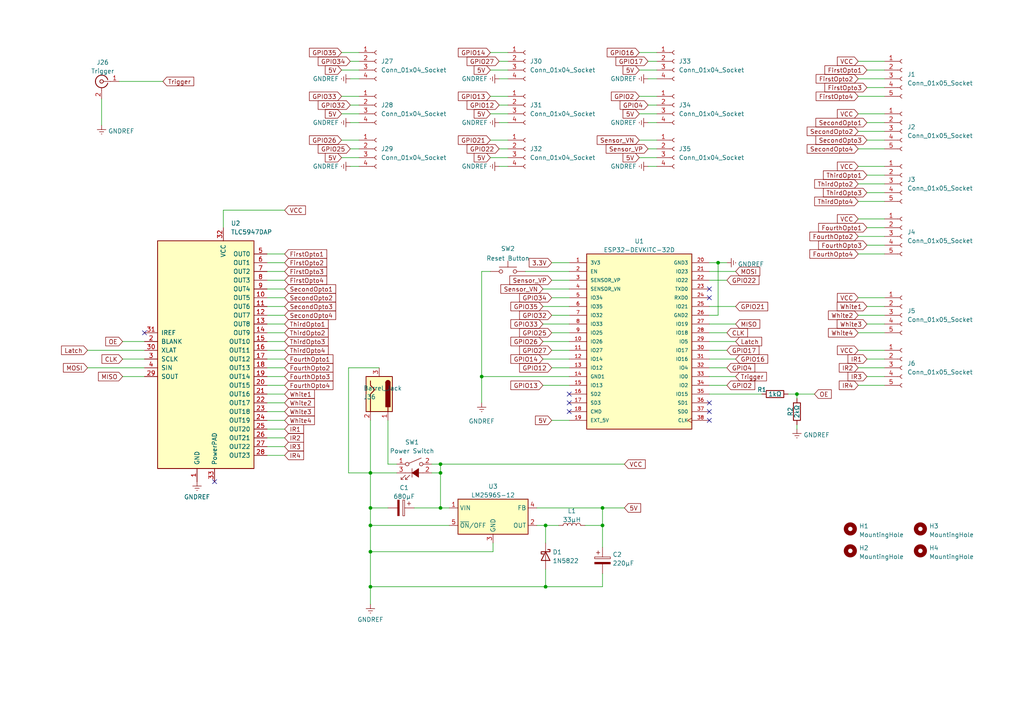
<source format=kicad_sch>
(kicad_sch (version 20230121) (generator eeschema)
  (paper "A4")
  (lib_symbols
    (symbol "Connector:Barrel_Jack" (pin_names (offset 1.016))
      (property "Reference" "J1" (at 0.8347 -4.572 90))
      (property "Value" "Barrel_Jack" (at -1.7022 -4.572 90))
      (symbol "Barrel_Jack_0_1"
        (rectangle (start -5.08 3.81) (end 5.08 -3.81) (stroke (width 0.254)) (fill (type background)))
        (arc (start -3.302 3.175) (mid -3.9343 2.54) (end -3.302 1.905) (stroke (width 0.254)))
        (arc (start -3.302 3.175) (mid -3.9343 2.54) (end -3.302 1.905) (stroke (width 0.254)) (fill (type outline)))
        (polyline (pts (xy 5.08 2.54) (xy 3.81 2.54)) (stroke (width 0.254)))
        (polyline (pts (xy -3.81 -2.54) (xy -2.54 -2.54) (xy -1.27 -1.27) (xy 0 -2.54) (xy 2.54 -2.54) (xy 5.08 -2.54)) (stroke (width 0.254)))
        (rectangle (start 3.683 3.175) (end -3.302 1.905) (stroke (width 0.254)) (fill (type outline)))
      )
      (symbol "Barrel_Jack_1_1"
        (pin passive line (at 7.62 2.54 180) (length 2.54) (name "~") (number "1"))
        (pin passive line (at 7.62 -2.54 180) (length 2.54) (name "~") (number "2"))
        (pin passive line (at -7.62 0 0) (length 2.54) (name "") (number "3"))
      )
    )
    (symbol "Connector:Conn_01x04_Socket" (pin_names (offset 1.016) hide)
      (property "Reference" "J" (at 0 5.08 0))
      (property "Value" "Conn_01x04_Socket" (at 0 -7.62 0))
      (symbol "Conn_01x04_Socket_1_1"
        (arc (start 0 -4.572) (mid -0.5058 -5.08) (end 0 -5.588) (stroke (width 0.1524)))
        (arc (start 0 -2.032) (mid -0.5058 -2.54) (end 0 -3.048) (stroke (width 0.1524)))
        (polyline (pts (xy -1.27 -5.08) (xy -0.508 -5.08)) (stroke (width 0.1524)))
        (polyline (pts (xy -1.27 -2.54) (xy -0.508 -2.54)) (stroke (width 0.1524)))
        (polyline (pts (xy -1.27 0) (xy -0.508 0)) (stroke (width 0.1524)))
        (polyline (pts (xy -1.27 2.54) (xy -0.508 2.54)) (stroke (width 0.1524)))
        (arc (start 0 0.508) (mid -0.5058 0) (end 0 -0.508) (stroke (width 0.1524)))
        (arc (start 0 3.048) (mid -0.5058 2.54) (end 0 2.032) (stroke (width 0.1524)))
        (pin passive line (at -5.08 2.54 0) (length 3.81) (name "Pin_1") (number "1"))
        (pin passive line (at -5.08 0 0) (length 3.81) (name "Pin_2") (number "2"))
        (pin passive line (at -5.08 -2.54 0) (length 3.81) (name "Pin_3") (number "3"))
        (pin passive line (at -5.08 -5.08 0) (length 3.81) (name "Pin_4") (number "4"))
      )
    )
    (symbol "Connector:Conn_01x05_Socket" (pin_names (offset 1.016) hide)
      (property "Reference" "J" (at 0 7.62 0))
      (property "Value" "Conn_01x05_Socket" (at 0 -7.62 0))
      (symbol "Conn_01x05_Socket_1_1"
        (arc (start 0 -4.572) (mid -0.5058 -5.08) (end 0 -5.588) (stroke (width 0.1524)))
        (arc (start 0 -2.032) (mid -0.5058 -2.54) (end 0 -3.048) (stroke (width 0.1524)))
        (polyline (pts (xy -1.27 -5.08) (xy -0.508 -5.08)) (stroke (width 0.1524)))
        (polyline (pts (xy -1.27 -2.54) (xy -0.508 -2.54)) (stroke (width 0.1524)))
        (polyline (pts (xy -1.27 0) (xy -0.508 0)) (stroke (width 0.1524)))
        (polyline (pts (xy -1.27 2.54) (xy -0.508 2.54)) (stroke (width 0.1524)))
        (polyline (pts (xy -1.27 5.08) (xy -0.508 5.08)) (stroke (width 0.1524)))
        (arc (start 0 0.508) (mid -0.5058 0) (end 0 -0.508) (stroke (width 0.1524)))
        (arc (start 0 3.048) (mid -0.5058 2.54) (end 0 2.032) (stroke (width 0.1524)))
        (arc (start 0 5.588) (mid -0.5058 5.08) (end 0 4.572) (stroke (width 0.1524)))
        (pin passive line (at -5.08 5.08 0) (length 3.81) (name "Pin_1") (number "1"))
        (pin passive line (at -5.08 2.54 0) (length 3.81) (name "Pin_2") (number "2"))
        (pin passive line (at -5.08 0 0) (length 3.81) (name "Pin_3") (number "3"))
        (pin passive line (at -5.08 -2.54 0) (length 3.81) (name "Pin_4") (number "4"))
        (pin passive line (at -5.08 -5.08 0) (length 3.81) (name "Pin_5") (number "5"))
      )
    )
    (symbol "Connector:Conn_Coaxial" (pin_names (offset 1.016) hide)
      (property "Reference" "J" (at 0.254 3.048 0))
      (property "Value" "Conn_Coaxial" (at 2.921 0 90))
      (symbol "Conn_Coaxial_0_1"
        (arc (start -1.778 -0.508) (mid 0.2311 -1.8066) (end 1.778 0) (stroke (width 0.254)))
        (polyline (pts (xy -2.54 0) (xy -0.508 0)))
        (polyline (pts (xy 0 -2.54) (xy 0 -1.778)))
        (circle (center 0 0) (radius 0.508) (stroke (width 0.2032)))
        (arc (start 1.778 0) (mid 0.2099 1.8101) (end -1.778 0.508) (stroke (width 0.254)))
      )
      (symbol "Conn_Coaxial_1_1"
        (pin passive line (at -5.08 0 0) (length 2.54) (name "In") (number "1"))
        (pin passive line (at 0 -5.08 90) (length 2.54) (name "Ext") (number "2"))
      )
    )
    (symbol "Device:C_Polarized" (pin_numbers hide) (pin_names (offset 0.254))
      (property "Reference" "C" (at 0.635 2.54 0))
      (property "Value" "C_Polarized" (at 0.635 -2.54 0))
      (symbol "C_Polarized_0_1"
        (rectangle (start -2.286 0.508) (end 2.286 1.016))
        (polyline (pts (xy -1.778 2.286) (xy -0.762 2.286)))
        (polyline (pts (xy -1.27 2.794) (xy -1.27 1.778)))
        (rectangle (start 2.286 -0.508) (end -2.286 -1.016) (fill (type outline)))
      )
      (symbol "C_Polarized_1_1"
        (pin passive line (at 0 3.81 270) (length 2.794) (name "~") (number "1"))
        (pin passive line (at 0 -3.81 90) (length 2.794) (name "~") (number "2"))
      )
    )
    (symbol "Device:L" (pin_numbers hide) (pin_names (offset 1.016) hide)
      (property "Reference" "L" (at -1.27 0 90))
      (property "Value" "L" (at 1.905 0 90))
      (symbol "L_0_1"
        (arc (start 0 -2.54) (mid 0.6323 -1.905) (end 0 -1.27))
        (arc (start 0 -1.27) (mid 0.6323 -0.635) (end 0 0))
        (arc (start 0 0) (mid 0.6323 0.635) (end 0 1.27))
        (arc (start 0 1.27) (mid 0.6323 1.905) (end 0 2.54))
      )
      (symbol "L_1_1"
        (pin passive line (at 0 3.81 270) (length 1.27) (name "1") (number "1"))
        (pin passive line (at 0 -3.81 90) (length 1.27) (name "2") (number "2"))
      )
    )
    (symbol "Device:R" (pin_numbers hide) (pin_names (offset 0))
      (property "Reference" "R" (at 2.032 0 90))
      (property "Value" "R" (at 0 0 90))
      (symbol "R_0_1"
        (rectangle (start -1.016 -2.54) (end 1.016 2.54) (stroke (width 0.254)))
      )
      (symbol "R_1_1"
        (pin passive line (at 0 3.81 270) (length 1.27) (name "~") (number "1"))
        (pin passive line (at 0 -3.81 90) (length 1.27) (name "~") (number "2"))
      )
    )
    (symbol "Diode:1N5821" (pin_numbers hide) (pin_names (offset 1.016) hide)
      (property "Reference" "D" (at 0 2.54 0))
      (property "Value" "1N5821" (at 0 -2.54 0))
      (symbol "1N5821_0_1"
        (polyline (pts (xy 1.27 0) (xy -1.27 0)))
        (polyline (pts (xy 1.27 1.27) (xy 1.27 -1.27) (xy -1.27 0) (xy 1.27 1.27)) (stroke (width 0.254)))
        (polyline (pts (xy -1.905 0.635) (xy -1.905 1.27) (xy -1.27 1.27) (xy -1.27 -1.27) (xy -0.635 -1.27) (xy -0.635 -0.635)) (stroke (width 0.254)))
      )
      (symbol "1N5821_1_1"
        (pin passive line (at -3.81 0 0) (length 2.54) (name "K") (number "1"))
        (pin passive line (at 3.81 0 180) (length 2.54) (name "A") (number "2"))
      )
    )
    (symbol "Driver_LED:TLC5947DAP" (pin_names (offset 1.016))
      (property "Reference" "U" (at -13.97 38.1 0))
      (property "Value" "TLC5947DAP" (at -13.97 35.56 0))
      (symbol "TLC5947DAP_0_1"
        (rectangle (start -13.97 34.29) (end 13.97 -31.75) (stroke (width 0.254)) (fill (type background)))
        (pin power_in line (at -2.54 -35.56 90) (length 3.81) (name "GND") (number "1"))
        (pin output line (at 17.78 17.78 180) (length 3.81) (name "OUT5") (number "10"))
        (pin output line (at 17.78 15.24 180) (length 3.81) (name "OUT6") (number "11"))
        (pin output line (at 17.78 12.7 180) (length 3.81) (name "OUT7") (number "12"))
        (pin output line (at 17.78 10.16 180) (length 3.81) (name "OUT8") (number "13"))
        (pin output line (at 17.78 7.62 180) (length 3.81) (name "OUT9") (number "14"))
        (pin output line (at 17.78 5.08 180) (length 3.81) (name "OUT10") (number "15"))
        (pin output line (at 17.78 2.54 180) (length 3.81) (name "OUT11") (number "16"))
        (pin output line (at 17.78 0 180) (length 3.81) (name "OUT12") (number "17"))
        (pin output line (at 17.78 -2.54 180) (length 3.81) (name "OUT13") (number "18"))
        (pin output line (at 17.78 -5.08 180) (length 3.81) (name "OUT14") (number "19"))
        (pin input line (at -17.78 5.08 0) (length 3.81) (name "BLANK") (number "2"))
        (pin output line (at 17.78 -7.62 180) (length 3.81) (name "OUT15") (number "20"))
        (pin output line (at 17.78 -10.16 180) (length 3.81) (name "OUT16") (number "21"))
        (pin output line (at 17.78 -12.7 180) (length 3.81) (name "OUT17") (number "22"))
        (pin output line (at 17.78 -15.24 180) (length 3.81) (name "OUT18") (number "23"))
        (pin output line (at 17.78 -17.78 180) (length 3.81) (name "OUT19") (number "24"))
        (pin output line (at 17.78 -20.32 180) (length 3.81) (name "OUT20") (number "25"))
        (pin output line (at 17.78 -22.86 180) (length 3.81) (name "OUT21") (number "26"))
        (pin output line (at 17.78 -25.4 180) (length 3.81) (name "OUT22") (number "27"))
        (pin output line (at 17.78 -27.94 180) (length 3.81) (name "OUT23") (number "28"))
        (pin output line (at -17.78 -5.08 0) (length 3.81) (name "SOUT") (number "29"))
        (pin input line (at -17.78 0 0) (length 3.81) (name "SCLK") (number "3"))
        (pin input line (at -17.78 2.54 0) (length 3.81) (name "XLAT") (number "30"))
        (pin input line (at -17.78 7.62 0) (length 3.81) (name "IREF") (number "31"))
        (pin power_in line (at 5.08 38.1 270) (length 3.81) (name "VCC") (number "32"))
        (pin power_in line (at 2.54 -35.56 90) (length 3.81) (name "PowerPAD") (number "33"))
        (pin input line (at -17.78 -2.54 0) (length 3.81) (name "SIN") (number "4"))
        (pin output line (at 17.78 30.48 180) (length 3.81) (name "OUT0") (number "5"))
        (pin output line (at 17.78 27.94 180) (length 3.81) (name "OUT1") (number "6"))
        (pin output line (at 17.78 25.4 180) (length 3.81) (name "OUT2") (number "7"))
        (pin output line (at 17.78 22.86 180) (length 3.81) (name "OUT3") (number "8"))
        (pin output line (at 17.78 20.32 180) (length 3.81) (name "OUT4") (number "9"))
      )
    )
    (symbol "ESP32-DEVKITC-32D:ESP32-DEVKITC-32D" (pin_names (offset 1.016))
      (property "Reference" "U" (at -15.2654 26.0604 0))
      (property "Value" "ESP32-DEVKITC-32D" (at -15.2654 -27.9654 0))
      (symbol "ESP32-DEVKITC-32D_0_0"
        (rectangle (start -15.24 -25.4) (end 15.24 25.4) (stroke (width 0.254)) (fill (type background)))
        (pin power_in line (at -20.32 22.86 0) (length 5.08) (name "3V3") (number "1"))
        (pin bidirectional line (at -20.32 0 0) (length 5.08) (name "IO26") (number "10"))
        (pin bidirectional line (at -20.32 -2.54 0) (length 5.08) (name "IO27") (number "11"))
        (pin bidirectional line (at -20.32 -5.08 0) (length 5.08) (name "IO14") (number "12"))
        (pin bidirectional line (at -20.32 -7.62 0) (length 5.08) (name "IO12") (number "13"))
        (pin power_in line (at -20.32 -10.16 0) (length 5.08) (name "GND1") (number "14"))
        (pin bidirectional line (at -20.32 -12.7 0) (length 5.08) (name "IO13") (number "15"))
        (pin bidirectional line (at -20.32 -15.24 0) (length 5.08) (name "SD2") (number "16"))
        (pin bidirectional line (at -20.32 -17.78 0) (length 5.08) (name "SD3") (number "17"))
        (pin bidirectional line (at -20.32 -20.32 0) (length 5.08) (name "CMD") (number "18"))
        (pin power_in line (at -20.32 -22.86 0) (length 5.08) (name "EXT_5V") (number "19"))
        (pin input line (at -20.32 20.32 0) (length 5.08) (name "EN") (number "2"))
        (pin power_in line (at 20.32 22.86 180) (length 5.08) (name "GND3") (number "20"))
        (pin bidirectional line (at 20.32 20.32 180) (length 5.08) (name "IO23") (number "21"))
        (pin bidirectional line (at 20.32 17.78 180) (length 5.08) (name "IO22") (number "22"))
        (pin output line (at 20.32 15.24 180) (length 5.08) (name "TXD0") (number "23"))
        (pin input line (at 20.32 12.7 180) (length 5.08) (name "RXD0") (number "24"))
        (pin bidirectional line (at 20.32 10.16 180) (length 5.08) (name "IO21") (number "25"))
        (pin power_in line (at 20.32 7.62 180) (length 5.08) (name "GND2") (number "26"))
        (pin bidirectional line (at 20.32 5.08 180) (length 5.08) (name "IO19") (number "27"))
        (pin bidirectional line (at 20.32 2.54 180) (length 5.08) (name "IO18") (number "28"))
        (pin bidirectional line (at 20.32 0 180) (length 5.08) (name "IO5") (number "29"))
        (pin input line (at -20.32 17.78 0) (length 5.08) (name "SENSOR_VP") (number "3"))
        (pin bidirectional line (at 20.32 -2.54 180) (length 5.08) (name "IO17") (number "30"))
        (pin bidirectional line (at 20.32 -5.08 180) (length 5.08) (name "IO16") (number "31"))
        (pin bidirectional line (at 20.32 -7.62 180) (length 5.08) (name "IO4") (number "32"))
        (pin bidirectional line (at 20.32 -10.16 180) (length 5.08) (name "IO0") (number "33"))
        (pin bidirectional line (at 20.32 -12.7 180) (length 5.08) (name "IO2") (number "34"))
        (pin bidirectional line (at 20.32 -15.24 180) (length 5.08) (name "IO15") (number "35"))
        (pin bidirectional line (at 20.32 -17.78 180) (length 5.08) (name "SD1") (number "36"))
        (pin bidirectional line (at 20.32 -20.32 180) (length 5.08) (name "SD0") (number "37"))
        (pin input clock (at 20.32 -22.86 180) (length 5.08) (name "CLK") (number "38"))
        (pin input line (at -20.32 15.24 0) (length 5.08) (name "SENSOR_VN") (number "4"))
        (pin bidirectional line (at -20.32 12.7 0) (length 5.08) (name "IO34") (number "5"))
        (pin bidirectional line (at -20.32 10.16 0) (length 5.08) (name "IO35") (number "6"))
        (pin bidirectional line (at -20.32 7.62 0) (length 5.08) (name "IO32") (number "7"))
        (pin bidirectional line (at -20.32 5.08 0) (length 5.08) (name "IO33") (number "8"))
        (pin bidirectional line (at -20.32 2.54 0) (length 5.08) (name "IO25") (number "9"))
      )
    )
    (symbol "Mechanical:MountingHole" (pin_names (offset 1.016))
      (property "Reference" "H" (at 0 5.08 0))
      (property "Value" "MountingHole" (at 0 3.175 0))
      (symbol "MountingHole_0_1"
        (circle (center 0 0) (radius 1.27) (stroke (width 1.27)))
      )
    )
    (symbol "Regulator_Switching:LM2596S-12"
      (property "Reference" "U" (at -10.16 6.35 0))
      (property "Value" "LM2596S-12" (at 0 6.35 0))
      (symbol "LM2596S-12_0_1"
        (rectangle (start -10.16 5.08) (end 10.16 -5.08) (stroke (width 0.254)) (fill (type background)))
      )
      (symbol "LM2596S-12_1_1"
        (pin power_in line (at -12.7 2.54 0) (length 2.54) (name "VIN") (number "1"))
        (pin output line (at 12.7 -2.54 180) (length 2.54) (name "OUT") (number "2"))
        (pin power_in line (at 0 -7.62 90) (length 2.54) (name "GND") (number "3"))
        (pin input line (at 12.7 2.54 180) (length 2.54) (name "FB") (number "4"))
        (pin input line (at -12.7 -2.54 0) (length 2.54) (name "~{ON}/OFF") (number "5"))
      )
    )
    (symbol "Switch:SW_Push" (pin_numbers hide) (pin_names (offset 1.016) hide)
      (property "Reference" "SW" (at 1.27 2.54 0))
      (property "Value" "SW_Push" (at 0 -1.524 0))
      (symbol "SW_Push_0_1"
        (circle (center -2.032 0) (radius 0.508))
        (polyline (pts (xy 0 1.27) (xy 0 3.048)))
        (polyline (pts (xy 2.54 1.27) (xy -2.54 1.27)))
        (circle (center 2.032 0) (radius 0.508))
        (pin passive line (at -5.08 0 0) (length 2.54) (name "1") (number "1"))
        (pin passive line (at 5.08 0 180) (length 2.54) (name "2") (number "2"))
      )
    )
    (symbol "Switch:SW_SPST_LED" (pin_names (offset 1.016) hide)
      (property "Reference" "SW1" (at -0.635 7.8908 0))
      (property "Value" "SW_SPST_LED" (at -0.635 5.3539 0))
      (symbol "SW_SPST_LED_0_0"
        (polyline (pts (xy -3.81 -1.905) (xy -2.54 -0.635)))
        (polyline (pts (xy -2.54 -1.905) (xy -1.27 -0.635)))
        (polyline (pts (xy -2.54 0) (xy 2.54 0)))
        (polyline (pts (xy -0.635 1.27) (xy -0.635 -1.27)))
        (polyline (pts (xy -3.81 -1.27) (xy -3.81 -1.905) (xy -3.175 -1.905)))
        (polyline (pts (xy -2.54 -1.27) (xy -2.54 -1.905) (xy -1.905 -1.905)))
        (polyline (pts (xy -0.635 0) (xy 1.27 1.27) (xy 1.27 -1.27) (xy -0.635 0)) (fill (type outline)))
      )
      (symbol "SW_SPST_LED_0_1"
        (circle (center -2.032 2.54) (radius 0.508))
        (polyline (pts (xy -1.524 2.794) (xy 2.032 4.318)))
        (circle (center 2.032 2.54) (radius 0.508))
        (pin passive line (at -5.08 2.54 0) (length 2.54) (name "1") (number "1"))
        (pin passive line (at 5.08 2.54 180) (length 2.54) (name "2") (number "2"))
        (pin passive line (at 5.08 0 180) (length 2.54) (name "A") (number "2"))
        (pin passive line (at -5.08 0 0) (length 2.54) (name "K") (number "3"))
      )
    )
    (symbol "power:GNDREF" (power) (pin_names (offset 0))
      (property "Value" "GNDREF" (at 0 -3.81 0))
      (symbol "GNDREF_0_1"
        (polyline (pts (xy -0.635 -1.905) (xy 0.635 -1.905)))
        (polyline (pts (xy -0.127 -2.54) (xy 0.127 -2.54)))
        (polyline (pts (xy 0 -1.27) (xy 0 0)))
        (polyline (pts (xy 1.27 -1.27) (xy -1.27 -1.27)))
      )
      (symbol "GNDREF_1_1"
        (pin power_in line (at 0 0 270) (length 0) hide (name "GNDREF") (number "1"))
      )
    )
  )
  (junction (at 174.752 152.4))
  (junction (at 158.242 152.4))
  (junction (at 107.442 152.4))
  (junction (at 174.752 147.32))
  (junction (at 139.7 109.22))
  (junction (at 107.442 147.32))
  (junction (at 158.242 170.18))
  (junction (at 127.762 137.16))
  (junction (at 107.442 160.02))
  (junction (at 208.28 76.2))
  (junction (at 231.14 114.3))
  (junction (at 107.442 137.16))
  (junction (at 127.762 147.32))
  (junction (at 107.442 170.18))
  (junction (at 127.762 134.62))
  (no_connect (at 205.74 116.84))
  (no_connect (at 205.74 121.92))
  (no_connect (at 205.74 119.38))
  (no_connect (at 165.1 114.3))
  (no_connect (at 165.1 116.84))
  (no_connect (at 165.1 119.38))
  (no_connect (at 205.74 86.36))
  (no_connect (at 41.91 96.52))
  (no_connect (at 62.23 139.7))
  (no_connect (at 205.74 83.82))
  (wire (pts (xy 77.47 104.14) (xy 82.55 104.14)))
  (wire (pts (xy 99.06 27.94) (xy 104.14 27.94)))
  (wire (pts (xy 208.28 76.2) (xy 210.82 76.2)))
  (wire (pts (xy 77.47 132.08) (xy 82.55 132.08)))
  (wire (pts (xy 35.56 109.22) (xy 41.91 109.22)))
  (wire (pts (xy 144.78 30.48) (xy 147.32 30.48)))
  (wire (pts (xy 185.42 27.94) (xy 190.5 27.94)))
  (wire (pts (xy 157.48 111.76) (xy 165.1 111.76)))
  (wire (pts (xy 109.982 106.68) (xy 101.092 106.68)))
  (wire (pts (xy 187.96 48.26) (xy 190.5 48.26)))
  (wire (pts (xy 77.47 81.28) (xy 82.55 81.28)))
  (wire (pts (xy 101.6 48.26) (xy 104.14 48.26)))
  (wire (pts (xy 248.92 68.58) (xy 256.54 68.58)))
  (wire (pts (xy 248.92 38.1) (xy 256.54 38.1)))
  (wire (pts (xy 142.24 33.02) (xy 147.32 33.02)))
  (wire (pts (xy 205.74 88.9) (xy 213.36 88.9)))
  (wire (pts (xy 112.522 134.62) (xy 115.062 134.62)))
  (wire (pts (xy 77.47 93.98) (xy 82.55 93.98)))
  (wire (pts (xy 174.752 147.32) (xy 174.752 152.4)))
  (wire (pts (xy 231.14 114.3) (xy 231.14 115.57)))
  (wire (pts (xy 187.96 22.86) (xy 190.5 22.86)))
  (wire (pts (xy 120.142 147.32) (xy 127.762 147.32)))
  (wire (pts (xy 205.74 111.76) (xy 210.82 111.76)))
  (wire (pts (xy 248.92 111.76) (xy 256.54 111.76)))
  (wire (pts (xy 107.442 170.18) (xy 158.242 170.18)))
  (wire (pts (xy 205.74 81.28) (xy 210.82 81.28)))
  (wire (pts (xy 144.78 43.18) (xy 147.32 43.18)))
  (wire (pts (xy 205.74 91.44) (xy 208.28 91.44)))
  (wire (pts (xy 185.42 33.02) (xy 190.5 33.02)))
  (wire (pts (xy 77.47 96.52) (xy 82.55 96.52)))
  (wire (pts (xy 185.42 20.32) (xy 190.5 20.32)))
  (wire (pts (xy 107.442 160.02) (xy 143.002 160.02)))
  (wire (pts (xy 101.6 17.78) (xy 104.14 17.78)))
  (wire (pts (xy 77.47 83.82) (xy 82.55 83.82)))
  (wire (pts (xy 77.47 109.22) (xy 82.55 109.22)))
  (wire (pts (xy 142.24 45.72) (xy 147.32 45.72)))
  (wire (pts (xy 142.24 15.24) (xy 147.32 15.24)))
  (wire (pts (xy 228.6 114.3) (xy 231.14 114.3)))
  (wire (pts (xy 99.06 15.24) (xy 104.14 15.24)))
  (wire (pts (xy 155.702 152.4) (xy 158.242 152.4)))
  (wire (pts (xy 127.762 147.32) (xy 130.302 147.32)))
  (wire (pts (xy 160.02 76.2) (xy 165.1 76.2)))
  (wire (pts (xy 248.92 53.34) (xy 256.54 53.34)))
  (wire (pts (xy 77.47 99.06) (xy 82.55 99.06)))
  (wire (pts (xy 101.092 106.68) (xy 101.092 137.16)))
  (wire (pts (xy 248.92 43.18) (xy 256.54 43.18)))
  (wire (pts (xy 107.442 147.32) (xy 112.522 147.32)))
  (wire (pts (xy 107.442 152.4) (xy 130.302 152.4)))
  (wire (pts (xy 251.46 104.14) (xy 256.54 104.14)))
  (wire (pts (xy 248.92 86.36) (xy 256.54 86.36)))
  (wire (pts (xy 187.96 35.56) (xy 190.5 35.56)))
  (wire (pts (xy 160.02 86.36) (xy 165.1 86.36)))
  (wire (pts (xy 157.48 93.98) (xy 165.1 93.98)))
  (wire (pts (xy 155.702 147.32) (xy 174.752 147.32)))
  (wire (pts (xy 205.74 101.6) (xy 210.82 101.6)))
  (wire (pts (xy 157.48 104.14) (xy 165.1 104.14)))
  (wire (pts (xy 160.02 106.68) (xy 165.1 106.68)))
  (wire (pts (xy 77.47 76.2) (xy 82.55 76.2)))
  (wire (pts (xy 77.47 106.68) (xy 82.55 106.68)))
  (wire (pts (xy 77.47 129.54) (xy 82.55 129.54)))
  (wire (pts (xy 248.92 96.52) (xy 256.54 96.52)))
  (wire (pts (xy 77.47 111.76) (xy 82.55 111.76)))
  (wire (pts (xy 160.02 101.6) (xy 165.1 101.6)))
  (wire (pts (xy 77.47 124.46) (xy 82.55 124.46)))
  (wire (pts (xy 127.762 134.62) (xy 181.102 134.62)))
  (wire (pts (xy 205.74 76.2) (xy 208.28 76.2)))
  (wire (pts (xy 77.47 88.9) (xy 82.55 88.9)))
  (wire (pts (xy 251.46 109.22) (xy 256.54 109.22)))
  (wire (pts (xy 205.74 78.74) (xy 213.36 78.74)))
  (wire (pts (xy 187.96 43.18) (xy 190.5 43.18)))
  (wire (pts (xy 251.46 25.4) (xy 256.54 25.4)))
  (wire (pts (xy 107.442 147.32) (xy 107.442 152.4)))
  (wire (pts (xy 152.4 78.74) (xy 165.1 78.74)))
  (wire (pts (xy 77.47 121.92) (xy 82.55 121.92)))
  (wire (pts (xy 101.6 43.18) (xy 104.14 43.18)))
  (wire (pts (xy 187.96 17.78) (xy 190.5 17.78)))
  (wire (pts (xy 248.92 27.94) (xy 256.54 27.94)))
  (wire (pts (xy 77.47 116.84) (xy 82.55 116.84)))
  (wire (pts (xy 101.6 30.48) (xy 104.14 30.48)))
  (wire (pts (xy 107.442 152.4) (xy 107.442 160.02)))
  (wire (pts (xy 248.92 91.44) (xy 256.54 91.44)))
  (wire (pts (xy 157.48 99.06) (xy 165.1 99.06)))
  (wire (pts (xy 107.442 121.92) (xy 107.442 137.16)))
  (wire (pts (xy 144.78 48.26) (xy 147.32 48.26)))
  (wire (pts (xy 101.6 35.56) (xy 104.14 35.56)))
  (wire (pts (xy 205.74 99.06) (xy 213.36 99.06)))
  (wire (pts (xy 174.752 166.37) (xy 174.752 170.18)))
  (wire (pts (xy 248.92 22.86) (xy 256.54 22.86)))
  (wire (pts (xy 77.47 119.38) (xy 82.55 119.38)))
  (wire (pts (xy 160.02 81.28) (xy 165.1 81.28)))
  (wire (pts (xy 160.02 121.92) (xy 165.1 121.92)))
  (wire (pts (xy 77.47 86.36) (xy 82.55 86.36)))
  (wire (pts (xy 107.442 137.16) (xy 107.442 147.32)))
  (wire (pts (xy 251.46 20.32) (xy 256.54 20.32)))
  (wire (pts (xy 158.242 152.4) (xy 162.052 152.4)))
  (wire (pts (xy 142.24 20.32) (xy 147.32 20.32)))
  (wire (pts (xy 251.46 66.04) (xy 256.54 66.04)))
  (wire (pts (xy 205.74 114.3) (xy 220.98 114.3)))
  (wire (pts (xy 205.74 104.14) (xy 213.36 104.14)))
  (wire (pts (xy 187.96 30.48) (xy 190.5 30.48)))
  (wire (pts (xy 158.242 165.1) (xy 158.242 170.18)))
  (wire (pts (xy 248.92 101.6) (xy 256.54 101.6)))
  (wire (pts (xy 205.74 109.22) (xy 213.36 109.22)))
  (wire (pts (xy 248.92 73.66) (xy 256.54 73.66)))
  (wire (pts (xy 185.42 45.72) (xy 190.5 45.72)))
  (wire (pts (xy 29.464 28.702) (xy 29.464 36.322)))
  (wire (pts (xy 107.442 170.18) (xy 107.442 175.26)))
  (wire (pts (xy 99.06 40.64) (xy 104.14 40.64)))
  (wire (pts (xy 174.752 152.4) (xy 169.672 152.4)))
  (wire (pts (xy 101.092 137.16) (xy 107.442 137.16)))
  (wire (pts (xy 35.56 104.14) (xy 41.91 104.14)))
  (wire (pts (xy 107.442 170.18) (xy 107.442 160.02)))
  (wire (pts (xy 127.762 137.16) (xy 127.762 147.32)))
  (wire (pts (xy 143.002 157.48) (xy 143.002 160.02)))
  (wire (pts (xy 251.46 55.88) (xy 256.54 55.88)))
  (wire (pts (xy 231.14 114.3) (xy 236.22 114.3)))
  (wire (pts (xy 142.24 40.64) (xy 147.32 40.64)))
  (wire (pts (xy 185.42 15.24) (xy 190.5 15.24)))
  (wire (pts (xy 139.7 78.74) (xy 142.24 78.74)))
  (wire (pts (xy 160.02 91.44) (xy 165.1 91.44)))
  (wire (pts (xy 185.42 40.64) (xy 190.5 40.64)))
  (wire (pts (xy 64.77 60.96) (xy 82.55 60.96)))
  (wire (pts (xy 248.92 63.5) (xy 256.54 63.5)))
  (wire (pts (xy 101.6 22.86) (xy 104.14 22.86)))
  (wire (pts (xy 77.47 78.74) (xy 82.55 78.74)))
  (wire (pts (xy 160.02 96.52) (xy 165.1 96.52)))
  (wire (pts (xy 251.46 35.56) (xy 256.54 35.56)))
  (wire (pts (xy 251.46 50.8) (xy 256.54 50.8)))
  (wire (pts (xy 205.74 106.68) (xy 210.82 106.68)))
  (wire (pts (xy 248.92 17.78) (xy 256.54 17.78)))
  (wire (pts (xy 251.46 40.64) (xy 256.54 40.64)))
  (wire (pts (xy 144.78 35.56) (xy 147.32 35.56)))
  (wire (pts (xy 77.47 91.44) (xy 82.55 91.44)))
  (wire (pts (xy 139.7 109.22) (xy 139.7 78.74)))
  (wire (pts (xy 144.78 22.86) (xy 147.32 22.86)))
  (wire (pts (xy 127.762 134.62) (xy 127.762 137.16)))
  (wire (pts (xy 99.06 20.32) (xy 104.14 20.32)))
  (wire (pts (xy 34.544 23.622) (xy 47.244 23.622)))
  (wire (pts (xy 174.752 152.4) (xy 174.752 158.75)))
  (wire (pts (xy 125.222 137.16) (xy 127.762 137.16)))
  (wire (pts (xy 248.92 33.02) (xy 256.54 33.02)))
  (wire (pts (xy 144.78 17.78) (xy 147.32 17.78)))
  (wire (pts (xy 77.47 73.66) (xy 82.55 73.66)))
  (wire (pts (xy 251.46 88.9) (xy 256.54 88.9)))
  (wire (pts (xy 157.48 88.9) (xy 165.1 88.9)))
  (wire (pts (xy 139.7 116.84) (xy 139.7 109.22)))
  (wire (pts (xy 251.46 93.98) (xy 256.54 93.98)))
  (wire (pts (xy 99.06 33.02) (xy 104.14 33.02)))
  (wire (pts (xy 248.92 58.42) (xy 256.54 58.42)))
  (wire (pts (xy 142.24 27.94) (xy 147.32 27.94)))
  (wire (pts (xy 231.14 123.19) (xy 231.14 124.46)))
  (wire (pts (xy 125.222 134.62) (xy 127.762 134.62)))
  (wire (pts (xy 112.522 121.92) (xy 112.522 134.62)))
  (wire (pts (xy 77.47 101.6) (xy 82.55 101.6)))
  (wire (pts (xy 25.4 101.6) (xy 41.91 101.6)))
  (wire (pts (xy 35.56 99.06) (xy 41.91 99.06)))
  (wire (pts (xy 248.92 48.26) (xy 256.54 48.26)))
  (wire (pts (xy 205.74 93.98) (xy 213.36 93.98)))
  (wire (pts (xy 248.92 106.68) (xy 256.54 106.68)))
  (wire (pts (xy 174.752 170.18) (xy 158.242 170.18)))
  (wire (pts (xy 174.752 147.32) (xy 181.102 147.32)))
  (wire (pts (xy 139.7 109.22) (xy 165.1 109.22)))
  (wire (pts (xy 107.442 137.16) (xy 115.062 137.16)))
  (wire (pts (xy 205.74 96.52) (xy 210.82 96.52)))
  (wire (pts (xy 77.47 114.3) (xy 82.55 114.3)))
  (wire (pts (xy 157.48 83.82) (xy 165.1 83.82)))
  (wire (pts (xy 77.47 127) (xy 82.55 127)))
  (wire (pts (xy 158.242 152.4) (xy 158.242 157.48)))
  (wire (pts (xy 208.28 76.2) (xy 208.28 91.44)))
  (wire (pts (xy 64.77 66.04) (xy 64.77 60.96)))
  (wire (pts (xy 251.46 71.12) (xy 256.54 71.12)))
  (wire (pts (xy 25.4 106.68) (xy 41.91 106.68)))
  (wire (pts (xy 99.06 45.72) (xy 104.14 45.72)))
  (global_label "OE" (shape input) (at 236.22 114.3 0) (property "Intersheetrefs" "${INTERSHEET_REFS}" (effects hide)))
  (global_label "White2" (shape input) (at 82.55 116.84 0) (property "Intersheetrefs" "${INTERSHEET_REFS}" (effects hide)))
  (global_label "IR1" (shape input) (at 82.55 124.46 0) (property "Intersheetrefs" "${INTERSHEET_REFS}" (effects hide)))
  (global_label "GPIO4" (shape input) (at 210.82 106.68 0) (property "Intersheetrefs" "${INTERSHEET_REFS}" (effects hide)))
  (global_label "FirstOpto4" (shape input) (at 248.92 27.94 180) (property "Intersheetrefs" "${INTERSHEET_REFS}" (effects hide)))
  (global_label "FourthOpto4" (shape input) (at 248.92 73.66 180) (property "Intersheetrefs" "${INTERSHEET_REFS}" (effects hide)))
  (global_label "ThirdOpto4" (shape input) (at 248.92 58.42 180) (property "Intersheetrefs" "${INTERSHEET_REFS}" (effects hide)))
  (global_label "SecondOpto2" (shape input) (at 248.92 38.1 180) (property "Intersheetrefs" "${INTERSHEET_REFS}" (effects hide)))
  (global_label "Sensor_VN" (shape input) (at 185.42 40.64 180) (property "Intersheetrefs" "${INTERSHEET_REFS}" (effects hide)))
  (global_label "SecondOpto4" (shape input) (at 248.92 43.18 180) (property "Intersheetrefs" "${INTERSHEET_REFS}" (effects hide)))
  (global_label "GPIO27" (shape input) (at 160.02 101.6 180) (property "Intersheetrefs" "${INTERSHEET_REFS}" (effects hide)))
  (global_label "FirstOpto2" (shape input) (at 248.92 22.86 180) (property "Intersheetrefs" "${INTERSHEET_REFS}" (effects hide)))
  (global_label "FourthOpto1" (shape input) (at 82.55 104.14 0) (property "Intersheetrefs" "${INTERSHEET_REFS}" (effects hide)))
  (global_label "FourthOpto3" (shape input) (at 251.46 71.12 180) (property "Intersheetrefs" "${INTERSHEET_REFS}" (effects hide)))
  (global_label "FirstOpto1" (shape input) (at 82.55 73.66 0) (property "Intersheetrefs" "${INTERSHEET_REFS}" (effects hide)))
  (global_label "5V" (shape input) (at 142.24 20.32 180) (property "Intersheetrefs" "${INTERSHEET_REFS}" (effects hide)))
  (global_label "Sensor_VP" (shape input) (at 187.96 43.18 180) (property "Intersheetrefs" "${INTERSHEET_REFS}" (effects hide)))
  (global_label "IR4" (shape input) (at 248.92 111.76 180) (property "Intersheetrefs" "${INTERSHEET_REFS}" (effects hide)))
  (global_label "ThirdOpto1" (shape input) (at 251.46 50.8 180) (property "Intersheetrefs" "${INTERSHEET_REFS}" (effects hide)))
  (global_label "VCC" (shape input) (at 248.92 17.78 180) (property "Intersheetrefs" "${INTERSHEET_REFS}" (effects hide)))
  (global_label "GPIO13" (shape input) (at 157.48 111.76 180) (property "Intersheetrefs" "${INTERSHEET_REFS}" (effects hide)))
  (global_label "IR3" (shape input) (at 82.55 129.54 0) (property "Intersheetrefs" "${INTERSHEET_REFS}" (effects hide)))
  (global_label "IR2" (shape input) (at 248.92 106.68 180) (property "Intersheetrefs" "${INTERSHEET_REFS}" (effects hide)))
  (global_label "VCC" (shape input) (at 181.102 134.62 0) (property "Intersheetrefs" "${INTERSHEET_REFS}" (effects hide)))
  (global_label "OE" (shape input) (at 35.56 99.06 180) (property "Intersheetrefs" "${INTERSHEET_REFS}" (effects hide)))
  (global_label "Latch" (shape input) (at 25.4 101.6 180) (property "Intersheetrefs" "${INTERSHEET_REFS}" (effects hide)))
  (global_label "FirstOpto2" (shape input) (at 82.55 76.2 0) (property "Intersheetrefs" "${INTERSHEET_REFS}" (effects hide)))
  (global_label "ThirdOpto3" (shape input) (at 251.46 55.88 180) (property "Intersheetrefs" "${INTERSHEET_REFS}" (effects hide)))
  (global_label "GPIO26" (shape input) (at 99.06 40.64 180) (property "Intersheetrefs" "${INTERSHEET_REFS}" (effects hide)))
  (global_label "SecondOpto3" (shape input) (at 82.55 88.9 0) (property "Intersheetrefs" "${INTERSHEET_REFS}" (effects hide)))
  (global_label "GPIO17" (shape input) (at 187.96 17.78 180) (property "Intersheetrefs" "${INTERSHEET_REFS}" (effects hide)))
  (global_label "VCC" (shape input) (at 248.92 33.02 180) (property "Intersheetrefs" "${INTERSHEET_REFS}" (effects hide)))
  (global_label "White4" (shape input) (at 82.55 121.92 0) (property "Intersheetrefs" "${INTERSHEET_REFS}" (effects hide)))
  (global_label "GPIO13" (shape input) (at 142.24 27.94 180) (property "Intersheetrefs" "${INTERSHEET_REFS}" (effects hide)))
  (global_label "White1" (shape input) (at 82.55 114.3 0) (property "Intersheetrefs" "${INTERSHEET_REFS}" (effects hide)))
  (global_label "Sensor_VP" (shape input) (at 160.02 81.28 180) (property "Intersheetrefs" "${INTERSHEET_REFS}" (effects hide)))
  (global_label "5V" (shape input) (at 181.102 147.32 0) (property "Intersheetrefs" "${INTERSHEET_REFS}" (effects hide)))
  (global_label "White1" (shape input) (at 251.46 88.9 180) (property "Intersheetrefs" "${INTERSHEET_REFS}" (effects hide)))
  (global_label "GPIO4" (shape input) (at 187.96 30.48 180) (property "Intersheetrefs" "${INTERSHEET_REFS}" (effects hide)))
  (global_label "GPIO14" (shape input) (at 142.24 15.24 180) (property "Intersheetrefs" "${INTERSHEET_REFS}" (effects hide)))
  (global_label "GPIO22" (shape input) (at 144.78 43.18 180) (property "Intersheetrefs" "${INTERSHEET_REFS}" (effects hide)))
  (global_label "5V" (shape input) (at 99.06 20.32 180) (property "Intersheetrefs" "${INTERSHEET_REFS}" (effects hide)))
  (global_label "GPIO25" (shape input) (at 101.6 43.18 180) (property "Intersheetrefs" "${INTERSHEET_REFS}" (effects hide)))
  (global_label "SecondOpto4" (shape input) (at 82.55 91.44 0) (property "Intersheetrefs" "${INTERSHEET_REFS}" (effects hide)))
  (global_label "5V" (shape input) (at 142.24 33.02 180) (property "Intersheetrefs" "${INTERSHEET_REFS}" (effects hide)))
  (global_label "FirstOpto1" (shape input) (at 251.46 20.32 180) (property "Intersheetrefs" "${INTERSHEET_REFS}" (effects hide)))
  (global_label "GPIO25" (shape input) (at 160.02 96.52 180) (property "Intersheetrefs" "${INTERSHEET_REFS}" (effects hide)))
  (global_label "FourthOpto2" (shape input) (at 82.55 106.68 0) (property "Intersheetrefs" "${INTERSHEET_REFS}" (effects hide)))
  (global_label "GPIO33" (shape input) (at 99.06 27.94 180) (property "Intersheetrefs" "${INTERSHEET_REFS}" (effects hide)))
  (global_label "IR4" (shape input) (at 82.55 132.08 0) (property "Intersheetrefs" "${INTERSHEET_REFS}" (effects hide)))
  (global_label "IR3" (shape input) (at 251.46 109.22 180) (property "Intersheetrefs" "${INTERSHEET_REFS}" (effects hide)))
  (global_label "SecondOpto2" (shape input) (at 82.55 86.36 0) (property "Intersheetrefs" "${INTERSHEET_REFS}" (effects hide)))
  (global_label "GPIO2" (shape input) (at 210.82 111.76 0) (property "Intersheetrefs" "${INTERSHEET_REFS}" (effects hide)))
  (global_label "SecondOpto1" (shape input) (at 251.46 35.56 180) (property "Intersheetrefs" "${INTERSHEET_REFS}" (effects hide)))
  (global_label "IR2" (shape input) (at 82.55 127 0) (property "Intersheetrefs" "${INTERSHEET_REFS}" (effects hide)))
  (global_label "GPIO12" (shape input) (at 160.02 106.68 180) (property "Intersheetrefs" "${INTERSHEET_REFS}" (effects hide)))
  (global_label "VCC" (shape input) (at 248.92 48.26 180) (property "Intersheetrefs" "${INTERSHEET_REFS}" (effects hide)))
  (global_label "5V" (shape input) (at 99.06 33.02 180) (property "Intersheetrefs" "${INTERSHEET_REFS}" (effects hide)))
  (global_label "Latch" (shape input) (at 213.36 99.06 0) (property "Intersheetrefs" "${INTERSHEET_REFS}" (effects hide)))
  (global_label "White3" (shape input) (at 82.55 119.38 0) (property "Intersheetrefs" "${INTERSHEET_REFS}" (effects hide)))
  (global_label "FourthOpto3" (shape input) (at 82.55 109.22 0) (property "Intersheetrefs" "${INTERSHEET_REFS}" (effects hide)))
  (global_label "5V" (shape input) (at 160.02 121.92 180) (property "Intersheetrefs" "${INTERSHEET_REFS}" (effects hide)))
  (global_label "GPIO2" (shape input) (at 185.42 27.94 180) (property "Intersheetrefs" "${INTERSHEET_REFS}" (effects hide)))
  (global_label "GPIO27" (shape input) (at 144.78 17.78 180) (property "Intersheetrefs" "${INTERSHEET_REFS}" (effects hide)))
  (global_label "GPIO22" (shape input) (at 210.82 81.28 0) (property "Intersheetrefs" "${INTERSHEET_REFS}" (effects hide)))
  (global_label "GPIO35" (shape input) (at 157.48 88.9 180) (property "Intersheetrefs" "${INTERSHEET_REFS}" (effects hide)))
  (global_label "ThirdOpto3" (shape input) (at 82.55 99.06 0) (property "Intersheetrefs" "${INTERSHEET_REFS}" (effects hide)))
  (global_label "Sensor_VN" (shape input) (at 157.48 83.82 180) (property "Intersheetrefs" "${INTERSHEET_REFS}" (effects hide)))
  (global_label "FirstOpto3" (shape input) (at 82.55 78.74 0) (property "Intersheetrefs" "${INTERSHEET_REFS}" (effects hide)))
  (global_label "MISO" (shape input) (at 213.36 93.98 0) (property "Intersheetrefs" "${INTERSHEET_REFS}" (effects hide)))
  (global_label "White4" (shape input) (at 248.92 96.52 180) (property "Intersheetrefs" "${INTERSHEET_REFS}" (effects hide)))
  (global_label "CLK" (shape input) (at 210.82 96.52 0) (property "Intersheetrefs" "${INTERSHEET_REFS}" (effects hide)))
  (global_label "Trigger" (shape input) (at 47.244 23.622 0) (property "Intersheetrefs" "${INTERSHEET_REFS}" (effects hide)))
  (global_label "CLK" (shape input) (at 35.56 104.14 180) (property "Intersheetrefs" "${INTERSHEET_REFS}" (effects hide)))
  (global_label "VCC" (shape input) (at 248.92 101.6 180) (property "Intersheetrefs" "${INTERSHEET_REFS}" (effects hide)))
  (global_label "GPIO35" (shape input) (at 99.06 15.24 180) (property "Intersheetrefs" "${INTERSHEET_REFS}" (effects hide)))
  (global_label "GPIO16" (shape input) (at 213.36 104.14 0) (property "Intersheetrefs" "${INTERSHEET_REFS}" (effects hide)))
  (global_label "FourthOpto4" (shape input) (at 82.55 111.76 0) (property "Intersheetrefs" "${INTERSHEET_REFS}" (effects hide)))
  (global_label "MISO" (shape input) (at 35.56 109.22 180) (property "Intersheetrefs" "${INTERSHEET_REFS}" (effects hide)))
  (global_label "White3" (shape input) (at 251.46 93.98 180) (property "Intersheetrefs" "${INTERSHEET_REFS}" (effects hide)))
  (global_label "GPIO12" (shape input) (at 144.78 30.48 180) (property "Intersheetrefs" "${INTERSHEET_REFS}" (effects hide)))
  (global_label "VCC" (shape input) (at 82.55 60.96 0) (property "Intersheetrefs" "${INTERSHEET_REFS}" (effects hide)))
  (global_label "GPIO16" (shape input) (at 185.42 15.24 180) (property "Intersheetrefs" "${INTERSHEET_REFS}" (effects hide)))
  (global_label "VCC" (shape input) (at 248.92 86.36 180) (property "Intersheetrefs" "${INTERSHEET_REFS}" (effects hide)))
  (global_label "5V" (shape input) (at 185.42 45.72 180) (property "Intersheetrefs" "${INTERSHEET_REFS}" (effects hide)))
  (global_label "GPIO34" (shape input) (at 160.02 86.36 180) (property "Intersheetrefs" "${INTERSHEET_REFS}" (effects hide)))
  (global_label "GPIO26" (shape input) (at 157.48 99.06 180) (property "Intersheetrefs" "${INTERSHEET_REFS}" (effects hide)))
  (global_label "SecondOpto1" (shape input) (at 82.55 83.82 0) (property "Intersheetrefs" "${INTERSHEET_REFS}" (effects hide)))
  (global_label "IR1" (shape input) (at 251.46 104.14 180) (property "Intersheetrefs" "${INTERSHEET_REFS}" (effects hide)))
  (global_label "GPIO34" (shape input) (at 101.6 17.78 180) (property "Intersheetrefs" "${INTERSHEET_REFS}" (effects hide)))
  (global_label "Trigger" (shape input) (at 213.36 109.22 0) (property "Intersheetrefs" "${INTERSHEET_REFS}" (effects hide)))
  (global_label "ThirdOpto2" (shape input) (at 248.92 53.34 180) (property "Intersheetrefs" "${INTERSHEET_REFS}" (effects hide)))
  (global_label "5V" (shape input) (at 185.42 33.02 180) (property "Intersheetrefs" "${INTERSHEET_REFS}" (effects hide)))
  (global_label "GPIO32" (shape input) (at 160.02 91.44 180) (property "Intersheetrefs" "${INTERSHEET_REFS}" (effects hide)))
  (global_label "SecondOpto3" (shape input) (at 251.46 40.64 180) (property "Intersheetrefs" "${INTERSHEET_REFS}" (effects hide)))
  (global_label "MOSI" (shape input) (at 213.36 78.74 0) (property "Intersheetrefs" "${INTERSHEET_REFS}" (effects hide)))
  (global_label "VCC" (shape input) (at 248.92 63.5 180) (property "Intersheetrefs" "${INTERSHEET_REFS}" (effects hide)))
  (global_label "GPIO17" (shape input) (at 210.82 101.6 0) (property "Intersheetrefs" "${INTERSHEET_REFS}" (effects hide)))
  (global_label "5V" (shape input) (at 142.24 45.72 180) (property "Intersheetrefs" "${INTERSHEET_REFS}" (effects hide)))
  (global_label "GPIO33" (shape input) (at 157.48 93.98 180) (property "Intersheetrefs" "${INTERSHEET_REFS}" (effects hide)))
  (global_label "ThirdOpto4" (shape input) (at 82.55 101.6 0) (property "Intersheetrefs" "${INTERSHEET_REFS}" (effects hide)))
  (global_label "5V" (shape input) (at 185.42 20.32 180) (property "Intersheetrefs" "${INTERSHEET_REFS}" (effects hide)))
  (global_label "GPIO14" (shape input) (at 157.48 104.14 180) (property "Intersheetrefs" "${INTERSHEET_REFS}" (effects hide)))
  (global_label "White2" (shape input) (at 248.92 91.44 180) (property "Intersheetrefs" "${INTERSHEET_REFS}" (effects hide)))
  (global_label "GPIO21" (shape input) (at 213.36 88.9 0) (property "Intersheetrefs" "${INTERSHEET_REFS}" (effects hide)))
  (global_label "GPIO32" (shape input) (at 101.6 30.48 180) (property "Intersheetrefs" "${INTERSHEET_REFS}" (effects hide)))
  (global_label "GPIO21" (shape input) (at 142.24 40.64 180) (property "Intersheetrefs" "${INTERSHEET_REFS}" (effects hide)))
  (global_label "ThirdOpto2" (shape input) (at 82.55 96.52 0) (property "Intersheetrefs" "${INTERSHEET_REFS}" (effects hide)))
  (global_label "FirstOpto3" (shape input) (at 251.46 25.4 180) (property "Intersheetrefs" "${INTERSHEET_REFS}" (effects hide)))
  (global_label "5V" (shape input) (at 99.06 45.72 180) (property "Intersheetrefs" "${INTERSHEET_REFS}" (effects hide)))
  (global_label "3.3V" (shape input) (at 160.02 76.2 180) (property "Intersheetrefs" "${INTERSHEET_REFS}" (effects hide)))
  (global_label "MOSI" (shape input) (at 25.4 106.68 180) (property "Intersheetrefs" "${INTERSHEET_REFS}" (effects hide)))
  (global_label "ThirdOpto1" (shape input) (at 82.55 93.98 0) (property "Intersheetrefs" "${INTERSHEET_REFS}" (effects hide)))
  (global_label "FourthOpto1" (shape input) (at 251.46 66.04 180) (property "Intersheetrefs" "${INTERSHEET_REFS}" (effects hide)))
  (global_label "FirstOpto4" (shape input) (at 82.55 81.28 0) (property "Intersheetrefs" "${INTERSHEET_REFS}" (effects hide)))
  (global_label "FourthOpto2" (shape input) (at 248.92 68.58 180) (property "Intersheetrefs" "${INTERSHEET_REFS}" (effects hide)))
  (symbol (lib_id "Connector:Conn_01x04_Socket") (at 152.4 43.18 0) (unit 1)
    (property "Reference" "J32" (at 153.67 43.18 0) (effects (justify left)))
    (property "Value" "Conn_01x04_Socket" (at 153.67 45.72 0) (effects (justify left)))
    (property "Footprint" "Connector_JST:JST_XH_S4B-XH-A_1x04_P2.50mm_Horizontal" (effects hide))
  )
  (symbol (lib_id "power:GNDREF") (at 139.7 116.84 0) (unit 1)
    (property "Reference" "#PWR039" (effects hide))
    (property "Value" "GNDREF" (at 139.7 122.174 0))
  )
  (symbol (lib_id "Device:L") (at 165.862 152.4 90) (unit 1)
    (property "Reference" "L1" (at 165.862 148.1922 90))
    (property "Value" "33μH" (at 165.862 150.7291 90))
    (property "Footprint" "Inductor_THT:L_Radial_D6.0mm_P4.00mm" (effects hide))
  )
  (symbol (lib_id "Device:R") (at 224.79 114.3 90) (unit 1)
    (property "Reference" "R1" (at 220.98 113.03 90))
    (property "Value" "1kΩ" (at 224.79 114.3 90))
    (property "Footprint" "Resistor_THT:R_Axial_DIN0309_L9.0mm_D3.2mm_P15.24mm_Horizontal" (effects hide))
  )
  (symbol (lib_id "ESP32-DEVKITC-32D:ESP32-DEVKITC-32D") (at 185.42 99.06 0) (unit 1)
    (property "Reference" "U1" (at 185.42 69.9602 0))
    (property "Value" "ESP32-DEVKITC-32D" (at 185.42 72.4971 0))
    (property "Footprint" "MODULE_ESP32-DEVKITC-32D" (effects hide))
    (property "PARTREV" "4" (effects hide))
    (property "MANUFACTURER" "Espressif Systems" (effects hide))
  )
  (symbol (lib_id "Mechanical:MountingHole") (at 246.634 159.766 0) (unit 1)
    (property "Reference" "H2" (at 249.174 158.9313 0) (effects (justify left)))
    (property "Value" "MountingHole" (at 249.174 161.4682 0) (effects (justify left)))
    (property "Footprint" "MountingHole:MountingHole_3mm" (effects hide))
  )
  (symbol (lib_id "Connector:Conn_01x05_Socket") (at 261.62 53.34 0) (unit 1)
    (property "Reference" "J3" (at 263.144 52.07 0) (effects (justify left)))
    (property "Value" "Conn_01x05_Socket" (at 263.144 54.61 0) (effects (justify left)))
    (property "Footprint" "Connector_JST:JST_XH_S5B-XH-A_1x05_P2.50mm_Horizontal" (effects hide))
  )
  (symbol (lib_id "Diode:1N5821") (at 158.242 161.29 270) (unit 1)
    (property "Reference" "D1" (at 160.274 160.1378 90) (effects (justify left)))
    (property "Value" "1N5822" (at 160.274 162.6747 90) (effects (justify left)))
    (property "Footprint" "Diode_THT:D_DO-201AD_P15.24mm_Horizontal" (effects hide))
    (property "Datasheet" "http://www.vishay.com/docs/88526/1n5820.pdf" (effects hide))
  )
  (symbol (lib_id "power:GNDREF") (at 29.464 36.322 0) (unit 1)
    (property "Reference" "#PWR029" (effects hide))
    (property "Value" "GNDREF" (at 31.369 38.0258 0) (effects (justify left)))
  )
  (symbol (lib_id "Connector:Conn_01x04_Socket") (at 195.58 30.48 0) (unit 1)
    (property "Reference" "J34" (at 196.85 30.48 0) (effects (justify left)))
    (property "Value" "Conn_01x04_Socket" (at 196.85 33.02 0) (effects (justify left)))
    (property "Footprint" "Connector_JST:JST_XH_S4B-XH-A_1x04_P2.50mm_Horizontal" (effects hide))
  )
  (symbol (lib_id "power:GNDREF") (at 107.442 175.26 0) (unit 1)
    (property "Reference" "#PWR041" (effects hide))
    (property "Value" "GNDREF" (at 107.442 179.7034 0))
  )
  (symbol (lib_id "Connector:Conn_01x05_Socket") (at 261.62 38.1 0) (unit 1)
    (property "Reference" "J2" (at 263.144 36.83 0) (effects (justify left)))
    (property "Value" "Conn_01x05_Socket" (at 263.144 39.37 0) (effects (justify left)))
    (property "Footprint" "Connector_JST:JST_XH_S5B-XH-A_1x05_P2.50mm_Horizontal" (effects hide))
  )
  (symbol (lib_id "power:GNDREF") (at 187.96 22.86 270) (unit 1)
    (property "Reference" "#PWR036" (effects hide))
    (property "Value" "GNDREF" (at 184.658 22.86 90) (effects (justify right)))
  )
  (symbol (lib_id "Connector:Conn_01x04_Socket") (at 109.22 30.48 0) (unit 1)
    (property "Reference" "J28" (at 110.49 30.48 0) (effects (justify left)))
    (property "Value" "Conn_01x04_Socket" (at 110.49 33.02 0) (effects (justify left)))
    (property "Footprint" "Connector_JST:JST_XH_S4B-XH-A_1x04_P2.50mm_Horizontal" (effects hide))
  )
  (symbol (lib_id "Mechanical:MountingHole") (at 266.954 153.416 0) (unit 1)
    (property "Reference" "H3" (at 269.494 152.5813 0) (effects (justify left)))
    (property "Value" "MountingHole" (at 269.494 155.1182 0) (effects (justify left)))
    (property "Footprint" "MountingHole:MountingHole_3mm" (effects hide))
  )
  (symbol (lib_id "Mechanical:MountingHole") (at 246.634 153.416 0) (unit 1)
    (property "Reference" "H1" (at 249.174 152.5813 0) (effects (justify left)))
    (property "Value" "MountingHole" (at 249.174 155.1182 0) (effects (justify left)))
    (property "Footprint" "MountingHole:MountingHole_3mm" (effects hide))
  )
  (symbol (lib_id "Switch:SW_SPST_LED") (at 120.142 137.16 0) (unit 1)
    (property "Reference" "SW1" (at 119.507 128.27 0))
    (property "Value" "Power Switch" (at 119.507 130.81 0))
    (property "Footprint" "Connector_JST:JST_XH_B3B-XH-A_1x03_P2.50mm_Vertical" (effects hide))
  )
  (symbol (lib_id "power:GNDREF") (at 187.96 35.56 270) (unit 1)
    (property "Reference" "#PWR037" (effects hide))
    (property "Value" "GNDREF" (at 184.658 35.56 90) (effects (justify right)))
  )
  (symbol (lib_id "power:GNDREF") (at 57.15 139.7 0) (unit 1)
    (property "Reference" "#PWR01" (effects hide))
    (property "Value" "GNDREF" (at 57.15 144.1434 0))
  )
  (symbol (lib_id "Connector:Conn_Coaxial") (at 29.464 23.622 0) (mirror y) (unit 1)
    (property "Reference" "J26" (at 29.7814 18.0956 0))
    (property "Value" "Trigger" (at 29.7814 20.6325 0))
    (property "Footprint" "Maxime:BNC_Socket_TYCO-AMP_LargePads" (effects hide))
    (property "Datasheet" " ~" (effects hide))
  )
  (symbol (lib_id "Connector:Conn_01x04_Socket") (at 152.4 17.78 0) (unit 1)
    (property "Reference" "J30" (at 153.67 17.78 0) (effects (justify left)))
    (property "Value" "Conn_01x04_Socket" (at 153.67 20.32 0) (effects (justify left)))
    (property "Footprint" "Connector_JST:JST_XH_S4B-XH-A_1x04_P2.50mm_Horizontal" (effects hide))
  )
  (symbol (lib_id "Regulator_Switching:LM2596S-12") (at 143.002 149.86 0) (unit 1)
    (property "Reference" "U3" (at 143.002 141.0802 0))
    (property "Value" "LM2596S-12" (at 143.002 143.6171 0))
    (property "Footprint" "Package_TO_SOT_THT:TO-220-5_P3.4x3.7mm_StaggerOdd_Lead3.8mm_Vertical" (effects hide))
    (property "Datasheet" "http://www.ti.com/lit/ds/symlink/lm2596.pdf" (effects hide))
  )
  (symbol (lib_id "Mechanical:MountingHole") (at 266.954 159.766 0) (unit 1)
    (property "Reference" "H4" (at 269.494 158.9313 0) (effects (justify left)))
    (property "Value" "MountingHole" (at 269.494 161.4682 0) (effects (justify left)))
    (property "Footprint" "MountingHole:MountingHole_3mm" (effects hide))
  )
  (symbol (lib_id "Connector:Conn_01x04_Socket") (at 152.4 30.48 0) (unit 1)
    (property "Reference" "J31" (at 153.67 30.48 0) (effects (justify left)))
    (property "Value" "Conn_01x04_Socket" (at 153.67 33.02 0) (effects (justify left)))
    (property "Footprint" "Connector_JST:JST_XH_S4B-XH-A_1x04_P2.50mm_Horizontal" (effects hide))
  )
  (symbol (lib_id "Connector:Barrel_Jack") (at 109.982 114.3 270) (unit 1)
    (property "Reference" "J36" (at 105.41 115.1347 90) (effects (justify left)))
    (property "Value" "Barrel_Jack" (at 105.41 112.5978 90) (effects (justify left)))
    (property "Footprint" "Connector_BarrelJack:BarrelJack_Horizontal" (effects hide))
  )
  (symbol (lib_id "power:GNDREF") (at 144.78 22.86 270) (unit 1)
    (property "Reference" "#PWR033" (effects hide))
    (property "Value" "GNDREF" (at 141.478 22.86 90) (effects (justify right)))
  )
  (symbol (lib_id "power:GNDREF") (at 187.96 48.26 270) (unit 1)
    (property "Reference" "#PWR038" (effects hide))
    (property "Value" "GNDREF" (at 184.658 48.26 90) (effects (justify right)))
  )
  (symbol (lib_id "Connector:Conn_01x04_Socket") (at 109.22 43.18 0) (unit 1)
    (property "Reference" "J29" (at 110.49 43.18 0) (effects (justify left)))
    (property "Value" "Conn_01x04_Socket" (at 110.49 45.72 0) (effects (justify left)))
    (property "Footprint" "Connector_JST:JST_XH_S4B-XH-A_1x04_P2.50mm_Horizontal" (effects hide))
  )
  (symbol (lib_id "Connector:Conn_01x05_Socket") (at 261.62 91.44 0) (unit 1)
    (property "Reference" "J5" (at 263.144 90.17 0) (effects (justify left)))
    (property "Value" "Conn_01x05_Socket" (at 263.144 92.71 0) (effects (justify left)))
    (property "Footprint" "Connector_JST:JST_XH_S5B-XH-A_1x05_P2.50mm_Horizontal" (effects hide))
  )
  (symbol (lib_id "power:GNDREF") (at 210.82 76.2 90) (unit 1)
    (property "Reference" "#PWR02" (effects hide))
    (property "Value" "GNDREF" (at 213.995 76.6338 90) (effects (justify right)))
  )
  (symbol (lib_id "Connector:Conn_01x04_Socket") (at 109.22 17.78 0) (unit 1)
    (property "Reference" "J27" (at 110.49 17.78 0) (effects (justify left)))
    (property "Value" "Conn_01x04_Socket" (at 110.49 20.32 0) (effects (justify left)))
    (property "Footprint" "Connector_JST:JST_XH_S4B-XH-A_1x04_P2.50mm_Horizontal" (effects hide))
  )
  (symbol (lib_id "Driver_LED:TLC5947DAP") (at 59.69 104.14 0) (unit 1)
    (property "Reference" "U2" (at 66.9641 64.77 0) (effects (justify left)))
    (property "Value" "TLC5947DAP" (at 66.9641 67.31 0) (effects (justify left)))
    (property "Footprint" "Maxime:Maxi_TLC5947" (effects hide))
    (property "Datasheet" "http://www.ti.com/lit/ds/symlink/tlc5947.pdf" (effects hide))
  )
  (symbol (lib_id "Device:R") (at 231.14 119.38 180) (unit 1)
    (property "Reference" "R2" (at 229.235 119.38 90))
    (property "Value" "2kΩ" (at 231.14 119.38 90))
    (property "Footprint" "Resistor_THT:R_Axial_DIN0309_L9.0mm_D3.2mm_P15.24mm_Horizontal" (effects hide))
  )
  (symbol (lib_id "Connector:Conn_01x04_Socket") (at 195.58 17.78 0) (unit 1)
    (property "Reference" "J33" (at 196.85 17.78 0) (effects (justify left)))
    (property "Value" "Conn_01x04_Socket" (at 196.85 20.32 0) (effects (justify left)))
    (property "Footprint" "Connector_JST:JST_XH_S4B-XH-A_1x04_P2.50mm_Horizontal" (effects hide))
  )
  (symbol (lib_id "power:GNDREF") (at 144.78 35.56 270) (unit 1)
    (property "Reference" "#PWR034" (effects hide))
    (property "Value" "GNDREF" (at 141.478 35.56 90) (effects (justify right)))
  )
  (symbol (lib_id "Device:C_Polarized") (at 116.332 147.32 270) (unit 1)
    (property "Reference" "C1" (at 117.221 141.4612 90))
    (property "Value" "680μF" (at 117.221 143.9981 90))
    (property "Footprint" "Capacitor_THT:CP_Radial_D6.3mm_P2.50mm" (effects hide))
  )
  (symbol (lib_id "Connector:Conn_01x05_Socket") (at 261.62 106.68 0) (unit 1)
    (property "Reference" "J6" (at 263.144 105.41 0) (effects (justify left)))
    (property "Value" "Conn_01x05_Socket" (at 263.144 107.95 0) (effects (justify left)))
    (property "Footprint" "Connector_JST:JST_XH_S5B-XH-A_1x05_P2.50mm_Horizontal" (effects hide))
  )
  (symbol (lib_id "Connector:Conn_01x05_Socket") (at 261.62 68.58 0) (unit 1)
    (property "Reference" "J4" (at 263.144 67.31 0) (effects (justify left)))
    (property "Value" "Conn_01x05_Socket" (at 263.144 69.85 0) (effects (justify left)))
    (property "Footprint" "Connector_JST:JST_XH_S5B-XH-A_1x05_P2.50mm_Horizontal" (effects hide))
  )
  (symbol (lib_id "power:GNDREF") (at 101.6 22.86 270) (unit 1)
    (property "Reference" "#PWR030" (effects hide))
    (property "Value" "GNDREF" (at 98.298 22.86 90) (effects (justify right)))
  )
  (symbol (lib_id "power:GNDREF") (at 231.14 124.46 0) (unit 1)
    (property "Reference" "#PWR03" (effects hide))
    (property "Value" "GNDREF" (at 233.045 126.1638 0) (effects (justify left)))
  )
  (symbol (lib_id "power:GNDREF") (at 101.6 48.26 270) (unit 1)
    (property "Reference" "#PWR032" (effects hide))
    (property "Value" "GNDREF" (at 98.298 48.26 90) (effects (justify right)))
  )
  (symbol (lib_id "power:GNDREF") (at 101.6 35.56 270) (unit 1)
    (property "Reference" "#PWR031" (effects hide))
    (property "Value" "GNDREF" (at 98.298 35.56 90) (effects (justify right)))
  )
  (symbol (lib_id "power:GNDREF") (at 144.78 48.26 270) (unit 1)
    (property "Reference" "#PWR035" (effects hide))
    (property "Value" "GNDREF" (at 141.478 48.26 90) (effects (justify right)))
  )
  (symbol (lib_id "Connector:Conn_01x05_Socket") (at 261.62 22.86 0) (unit 1)
    (property "Reference" "J1" (at 263.144 21.59 0) (effects (justify left)))
    (property "Value" "Conn_01x05_Socket" (at 263.144 24.13 0) (effects (justify left)))
    (property "Footprint" "Connector_JST:JST_XH_S5B-XH-A_1x05_P2.50mm_Horizontal" (effects hide))
  )
  (symbol (lib_id "Connector:Conn_01x04_Socket") (at 195.58 43.18 0) (unit 1)
    (property "Reference" "J35" (at 196.85 43.18 0) (effects (justify left)))
    (property "Value" "Conn_01x04_Socket" (at 196.85 45.72 0) (effects (justify left)))
    (property "Footprint" "Connector_JST:JST_XH_S4B-XH-A_1x04_P2.50mm_Horizontal" (effects hide))
  )
  (symbol (lib_id "Switch:SW_Push") (at 147.32 78.74 0) (unit 1)
    (property "Reference" "SW2" (at 147.32 72.1192 0))
    (property "Value" "Reset Button" (at 147.32 74.93 0))
    (property "Footprint" "Button_Switch_THT:SW_Tactile_SPST_Angled_PTS645Vx39-2LFS" (effects hide))
  )
  (symbol (lib_id "Device:C_Polarized") (at 174.752 162.56 0) (unit 1)
    (property "Reference" "C2" (at 177.673 160.8363 0) (effects (justify left)))
    (property "Value" "220μF" (at 177.673 163.3732 0) (effects (justify left)))
    (property "Footprint" "Capacitor_THT:CP_Radial_D6.3mm_P2.50mm" (effects hide))
  )
)
</source>
